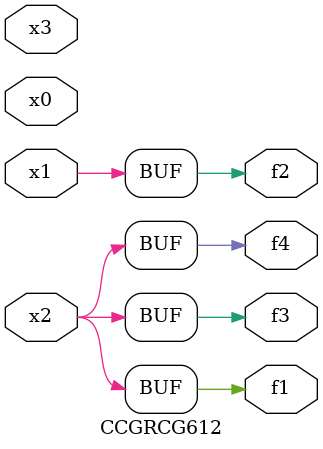
<source format=v>
module CCGRCG612(
	input x0, x1, x2, x3,
	output f1, f2, f3, f4
);
	assign f1 = x2;
	assign f2 = x1;
	assign f3 = x2;
	assign f4 = x2;
endmodule

</source>
